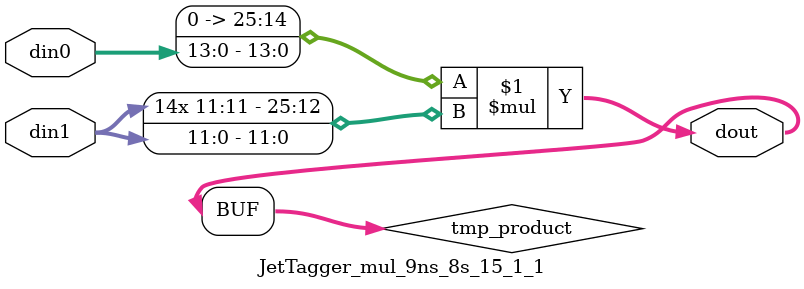
<source format=v>

`timescale 1 ns / 1 ps

  module JetTagger_mul_9ns_8s_15_1_1(din0, din1, dout);
parameter ID = 1;
parameter NUM_STAGE = 0;
parameter din0_WIDTH = 14;
parameter din1_WIDTH = 12;
parameter dout_WIDTH = 26;

input [din0_WIDTH - 1 : 0] din0; 
input [din1_WIDTH - 1 : 0] din1; 
output [dout_WIDTH - 1 : 0] dout;

wire signed [dout_WIDTH - 1 : 0] tmp_product;











assign tmp_product = $signed({1'b0, din0}) * $signed(din1);










assign dout = tmp_product;







endmodule

</source>
